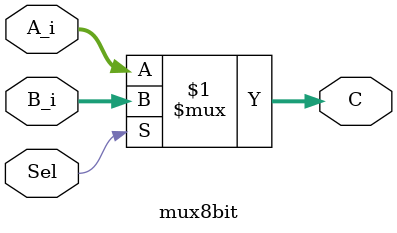
<source format=v>
`timescale 1ns / 1ps

module mux8bit(
    input [7:0] A_i,     // Input A: First 8-bit signal (option #1)
    input [7:0] B_i,     // Input B: Second 8-bit signal (option #2)
    input Sel,           // Selector: Determines which input is passed to the output
                         // When Sel = 0, output is A_i.
                         // When Sel = 1, output is B_i.
    output [7:0] C       // Output: The selected 8-bit signal (either A_i or B_i)
);

  // The output C is selected based on the value of Sel:
  // - If Sel = 0, output is A_i.
  // - If Sel = 1, output is B_i.
  assign C = Sel ? B_i : A_i;  // If Sel = 1, select B_i; otherwise, select A_i.

endmodule
</source>
